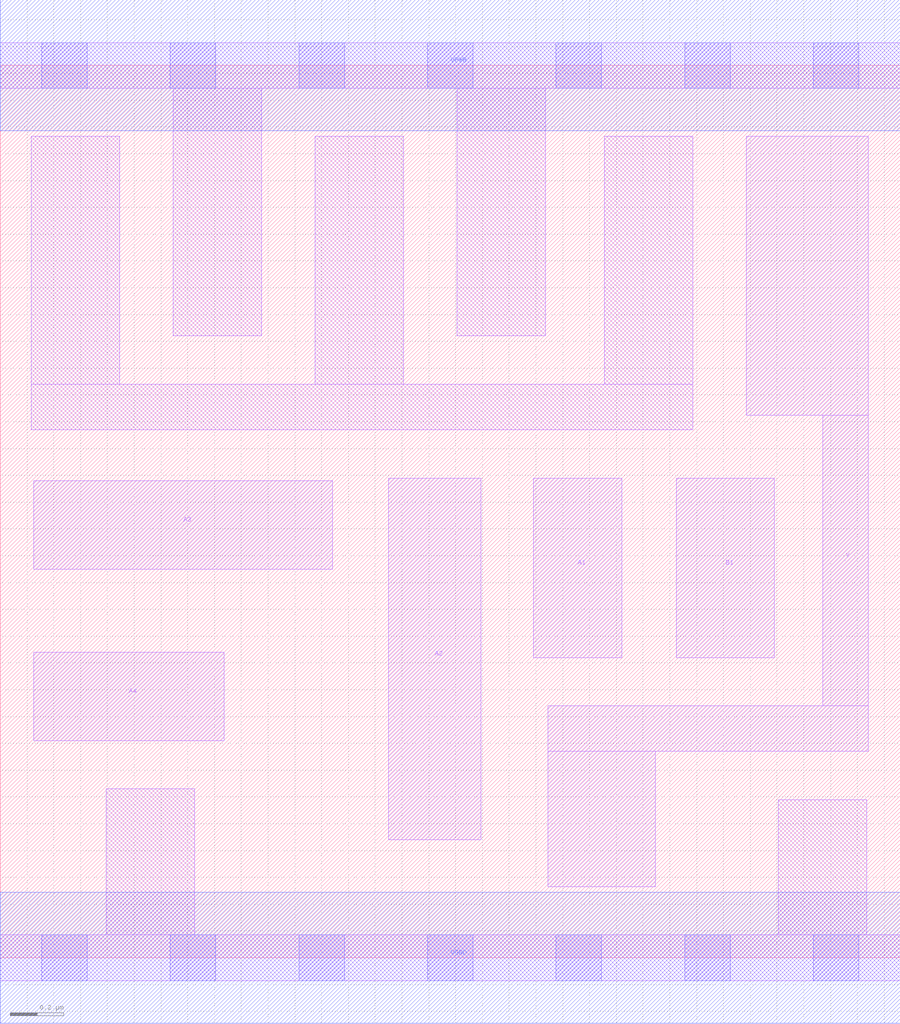
<source format=lef>
# Copyright 2020 The SkyWater PDK Authors
#
# Licensed under the Apache License, Version 2.0 (the "License");
# you may not use this file except in compliance with the License.
# You may obtain a copy of the License at
#
#     https://www.apache.org/licenses/LICENSE-2.0
#
# Unless required by applicable law or agreed to in writing, software
# distributed under the License is distributed on an "AS IS" BASIS,
# WITHOUT WARRANTIES OR CONDITIONS OF ANY KIND, either express or implied.
# See the License for the specific language governing permissions and
# limitations under the License.
#
# SPDX-License-Identifier: Apache-2.0

VERSION 5.7 ;
  NAMESCASESENSITIVE ON ;
  NOWIREEXTENSIONATPIN ON ;
  DIVIDERCHAR "/" ;
  BUSBITCHARS "[]" ;
UNITS
  DATABASE MICRONS 200 ;
END UNITS
MACRO sky130_fd_sc_lp__a41oi_lp
  CLASS CORE ;
  FOREIGN sky130_fd_sc_lp__a41oi_lp ;
  ORIGIN  0.000000  0.000000 ;
  SIZE  3.360000 BY  3.330000 ;
  SYMMETRY X Y R90 ;
  SITE unit ;
  PIN A1
    ANTENNAGATEAREA  0.313000 ;
    DIRECTION INPUT ;
    USE SIGNAL ;
    PORT
      LAYER li1 ;
        RECT 1.990000 1.120000 2.320000 1.790000 ;
    END
  END A1
  PIN A2
    ANTENNAGATEAREA  0.313000 ;
    DIRECTION INPUT ;
    USE SIGNAL ;
    PORT
      LAYER li1 ;
        RECT 1.450000 0.440000 1.795000 1.790000 ;
    END
  END A2
  PIN A3
    ANTENNAGATEAREA  0.313000 ;
    DIRECTION INPUT ;
    USE SIGNAL ;
    PORT
      LAYER li1 ;
        RECT 0.125000 1.450000 1.240000 1.780000 ;
    END
  END A3
  PIN A4
    ANTENNAGATEAREA  0.313000 ;
    DIRECTION INPUT ;
    USE SIGNAL ;
    PORT
      LAYER li1 ;
        RECT 0.125000 0.810000 0.835000 1.140000 ;
    END
  END A4
  PIN B1
    ANTENNAGATEAREA  0.376000 ;
    DIRECTION INPUT ;
    USE SIGNAL ;
    PORT
      LAYER li1 ;
        RECT 2.525000 1.120000 2.890000 1.790000 ;
    END
  END B1
  PIN Y
    ANTENNADIFFAREA  0.402600 ;
    DIRECTION OUTPUT ;
    USE SIGNAL ;
    PORT
      LAYER li1 ;
        RECT 2.045000 0.265000 2.445000 0.770000 ;
        RECT 2.045000 0.770000 3.240000 0.940000 ;
        RECT 2.785000 2.025000 3.240000 3.065000 ;
        RECT 3.070000 0.940000 3.240000 2.025000 ;
    END
  END Y
  PIN VGND
    DIRECTION INOUT ;
    USE GROUND ;
    PORT
      LAYER met1 ;
        RECT 0.000000 -0.245000 3.360000 0.245000 ;
    END
  END VGND
  PIN VPWR
    DIRECTION INOUT ;
    USE POWER ;
    PORT
      LAYER met1 ;
        RECT 0.000000 3.085000 3.360000 3.575000 ;
    END
  END VPWR
  OBS
    LAYER li1 ;
      RECT 0.000000 -0.085000 3.360000 0.085000 ;
      RECT 0.000000  3.245000 3.360000 3.415000 ;
      RECT 0.115000  1.970000 2.585000 2.140000 ;
      RECT 0.115000  2.140000 0.445000 3.065000 ;
      RECT 0.395000  0.085000 0.725000 0.630000 ;
      RECT 0.645000  2.320000 0.975000 3.245000 ;
      RECT 1.175000  2.140000 1.505000 3.065000 ;
      RECT 1.705000  2.320000 2.035000 3.245000 ;
      RECT 2.255000  2.140000 2.585000 3.065000 ;
      RECT 2.905000  0.085000 3.235000 0.590000 ;
    LAYER mcon ;
      RECT 0.155000 -0.085000 0.325000 0.085000 ;
      RECT 0.155000  3.245000 0.325000 3.415000 ;
      RECT 0.635000 -0.085000 0.805000 0.085000 ;
      RECT 0.635000  3.245000 0.805000 3.415000 ;
      RECT 1.115000 -0.085000 1.285000 0.085000 ;
      RECT 1.115000  3.245000 1.285000 3.415000 ;
      RECT 1.595000 -0.085000 1.765000 0.085000 ;
      RECT 1.595000  3.245000 1.765000 3.415000 ;
      RECT 2.075000 -0.085000 2.245000 0.085000 ;
      RECT 2.075000  3.245000 2.245000 3.415000 ;
      RECT 2.555000 -0.085000 2.725000 0.085000 ;
      RECT 2.555000  3.245000 2.725000 3.415000 ;
      RECT 3.035000 -0.085000 3.205000 0.085000 ;
      RECT 3.035000  3.245000 3.205000 3.415000 ;
  END
END sky130_fd_sc_lp__a41oi_lp
END LIBRARY

</source>
